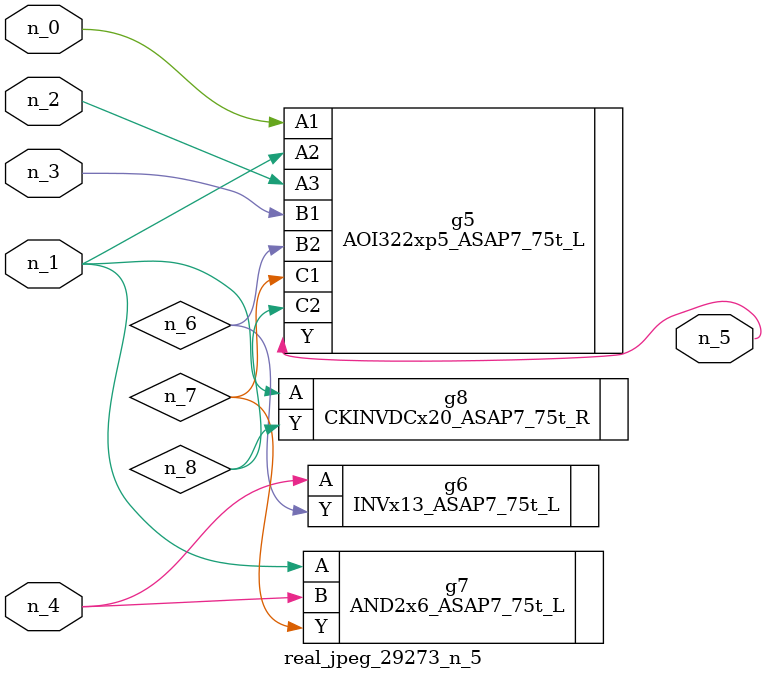
<source format=v>
module real_jpeg_29273_n_5 (n_4, n_0, n_1, n_2, n_3, n_5);

input n_4;
input n_0;
input n_1;
input n_2;
input n_3;

output n_5;

wire n_8;
wire n_6;
wire n_7;

AOI322xp5_ASAP7_75t_L g5 ( 
.A1(n_0),
.A2(n_1),
.A3(n_2),
.B1(n_3),
.B2(n_6),
.C1(n_7),
.C2(n_8),
.Y(n_5)
);

AND2x6_ASAP7_75t_L g7 ( 
.A(n_1),
.B(n_4),
.Y(n_7)
);

CKINVDCx20_ASAP7_75t_R g8 ( 
.A(n_1),
.Y(n_8)
);

INVx13_ASAP7_75t_L g6 ( 
.A(n_4),
.Y(n_6)
);


endmodule
</source>
